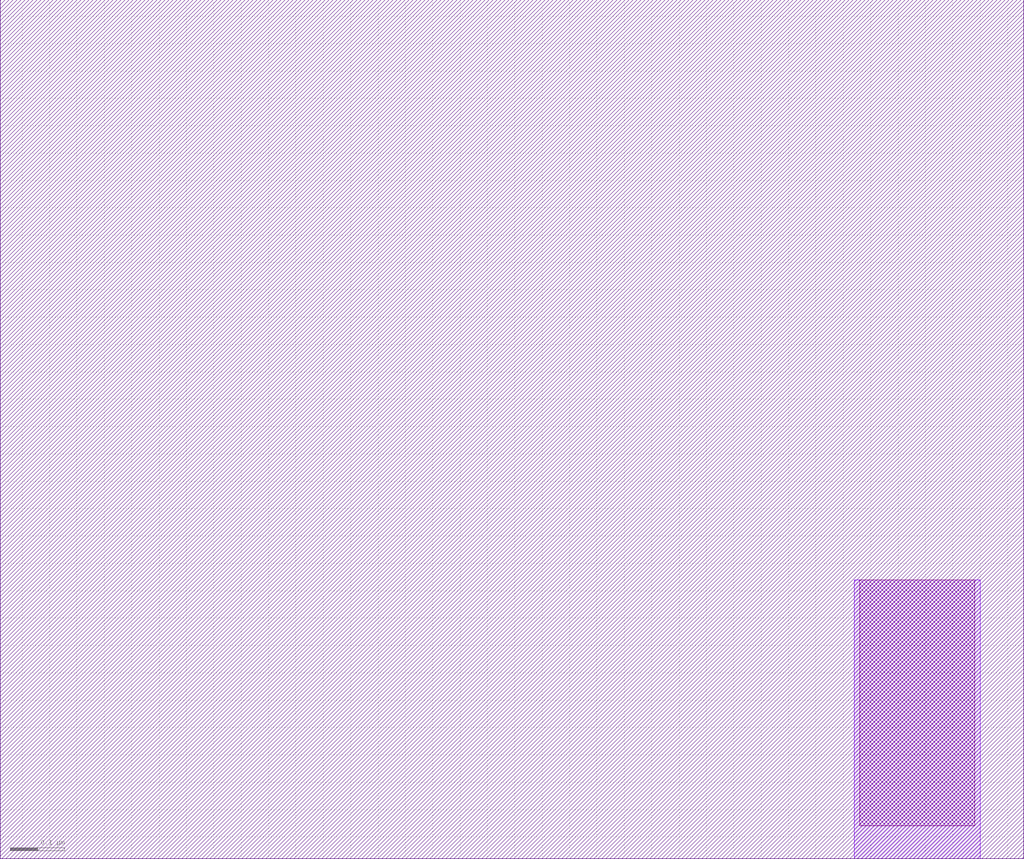
<source format=lef>
VERSION 5.7 ;
  NOWIREEXTENSIONATPIN ON ;
  DIVIDERCHAR "/" ;
  BUSBITCHARS "[]" ;
UNITS
  DATABASE MICRONS 200 ;
END UNITS

LAYER via2
  TYPE CUT ;
END via2

LAYER via
  TYPE CUT ;
END via

LAYER nwell
  TYPE MASTERSLICE ;
END nwell

LAYER via3
  TYPE CUT ;
END via3

LAYER pwell
  TYPE MASTERSLICE ;
END pwell

LAYER via4
  TYPE CUT ;
END via4

LAYER mcon
  TYPE CUT ;
END mcon

LAYER met6
  TYPE ROUTING ;
  WIDTH 0.030000 ;
  SPACING 0.040000 ;
  DIRECTION HORIZONTAL ;
END met6

LAYER met1
  TYPE ROUTING ;
  WIDTH 0.140000 ;
  SPACING 0.140000 ;
  DIRECTION HORIZONTAL ;
END met1

LAYER met3
  TYPE ROUTING ;
  WIDTH 0.300000 ;
  SPACING 0.300000 ;
  DIRECTION HORIZONTAL ;
END met3

LAYER met2
  TYPE ROUTING ;
  WIDTH 0.140000 ;
  SPACING 0.140000 ;
  DIRECTION HORIZONTAL ;
END met2

LAYER met4
  TYPE ROUTING ;
  WIDTH 0.300000 ;
  SPACING 0.300000 ;
  DIRECTION HORIZONTAL ;
END met4

LAYER met5
  TYPE ROUTING ;
  WIDTH 1.600000 ;
  SPACING 1.600000 ;
  DIRECTION HORIZONTAL ;
END met5

LAYER li1
  TYPE ROUTING ;
  WIDTH 0.170000 ;
  SPACING 0.170000 ;
  DIRECTION HORIZONTAL ;
END li1

MACRO sky130_hilas_pFETdevice01c
  CLASS BLOCK ;
  FOREIGN sky130_hilas_pFETdevice01c ;
  ORIGIN 0.790 1.140 ;
  SIZE 1.870 BY 1.570 ;
  OBS
      LAYER li1 ;
        RECT 0.780 -1.080 0.990 -0.630 ;
      LAYER met1 ;
        RECT 0.770 -1.140 1.000 -0.630 ;
  END
END sky130_hilas_pFETdevice01c
END LIBRARY


</source>
